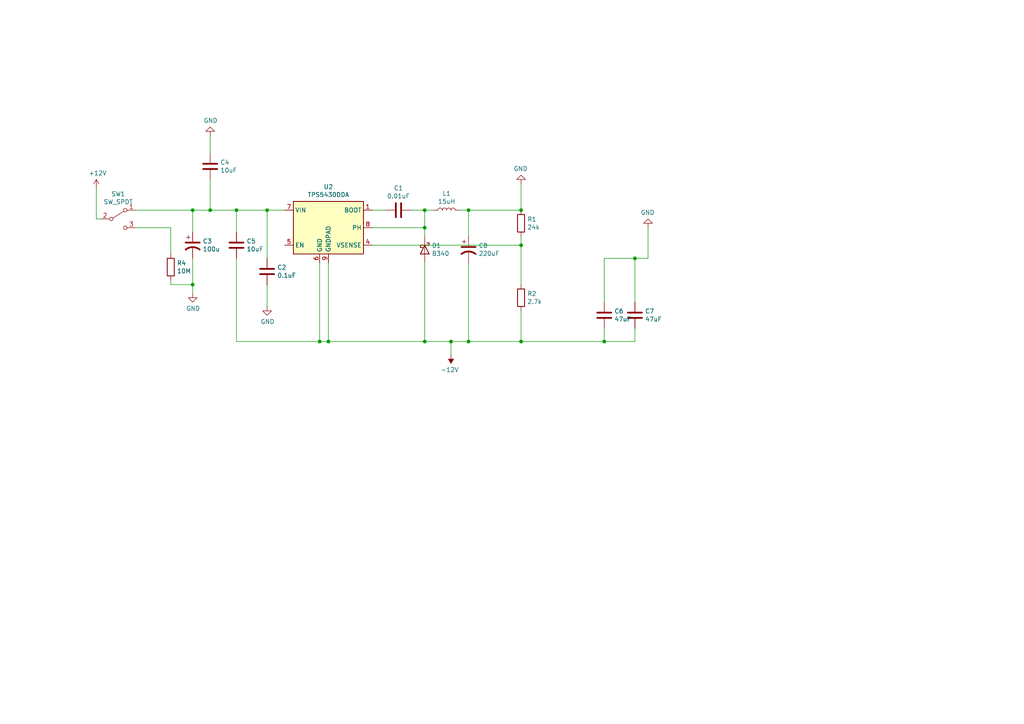
<source format=kicad_sch>
(kicad_sch (version 20230121) (generator eeschema)
  (paper "A4")
  (lib_symbols
    (symbol "Device:C" (pin_numbers hide) (pin_names (offset 0.254))
      (property "Reference" "C" (at 0.635 2.54 0))
      (property "Value" "C" (at 0.635 -2.54 0))
      (symbol "C_0_1"
        (polyline (pts (xy -2.032 -0.762) (xy 2.032 -0.762)) (stroke (width 0.508)))
        (polyline (pts (xy -2.032 0.762) (xy 2.032 0.762)) (stroke (width 0.508)))
      )
      (symbol "C_1_1"
        (pin passive line (at 0 3.81 270) (length 2.794) (name "~") (number "1"))
        (pin passive line (at 0 -3.81 90) (length 2.794) (name "~") (number "2"))
      )
    )
    (symbol "Device:L" (pin_numbers hide) (pin_names (offset 1.016) hide)
      (property "Reference" "L" (at -1.27 0 90))
      (property "Value" "L" (at 1.905 0 90))
      (symbol "L_0_1"
        (arc (start 0 -2.54) (mid 0.6323 -1.905) (end 0 -1.27))
        (arc (start 0 -1.27) (mid 0.6323 -0.635) (end 0 0))
        (arc (start 0 0) (mid 0.6323 0.635) (end 0 1.27))
        (arc (start 0 1.27) (mid 0.6323 1.905) (end 0 2.54))
      )
      (symbol "L_1_1"
        (pin passive line (at 0 3.81 270) (length 1.27) (name "1") (number "1"))
        (pin passive line (at 0 -3.81 90) (length 1.27) (name "2") (number "2"))
      )
    )
    (symbol "Device:R" (pin_numbers hide) (pin_names (offset 0))
      (property "Reference" "R" (at 2.032 0 90))
      (property "Value" "R" (at 0 0 90))
      (symbol "R_0_1"
        (rectangle (start -1.016 -2.54) (end 1.016 2.54) (stroke (width 0.254)))
      )
      (symbol "R_1_1"
        (pin passive line (at 0 3.81 270) (length 1.27) (name "~") (number "1"))
        (pin passive line (at 0 -3.81 90) (length 1.27) (name "~") (number "2"))
      )
    )
    (symbol "Diode:B340" (pin_numbers hide) (pin_names (offset 1.016) hide)
      (property "Reference" "D" (at 0 2.54 0))
      (property "Value" "B340" (at 0 -2.54 0))
      (symbol "B340_0_1"
        (polyline (pts (xy 1.27 0) (xy -1.27 0)))
        (polyline (pts (xy 1.27 1.27) (xy 1.27 -1.27) (xy -1.27 0) (xy 1.27 1.27)) (stroke (width 0.254)))
        (polyline (pts (xy -1.905 0.635) (xy -1.905 1.27) (xy -1.27 1.27) (xy -1.27 -1.27) (xy -0.635 -1.27) (xy -0.635 -0.635)) (stroke (width 0.254)))
      )
      (symbol "B340_1_1"
        (pin passive line (at -3.81 0 0) (length 2.54) (name "K") (number "1"))
        (pin passive line (at 3.81 0 180) (length 2.54) (name "A") (number "2"))
      )
    )
    (symbol "Regulator_Switching:TPS5430DDA"
      (property "Reference" "U" (at -10.16 8.89 0))
      (property "Value" "TPS5430DDA" (at -1.27 8.89 0))
      (symbol "TPS5430DDA_0_1"
        (rectangle (start -10.16 7.62) (end 10.16 -7.62) (stroke (width 0.254)) (fill (type background)))
      )
      (symbol "TPS5430DDA_1_1"
        (pin input line (at 12.7 5.08 180) (length 2.54) (name "BOOT") (number "1"))
        (pin no_connect line (at -10.16 2.54 0) (length 2.54) hide (name "NC") (number "2"))
        (pin no_connect line (at -10.16 -2.54 0) (length 2.54) hide (name "NC") (number "3"))
        (pin input line (at 12.7 -5.08 180) (length 2.54) (name "VSENSE") (number "4"))
        (pin input line (at -12.7 -5.08 0) (length 2.54) (name "EN") (number "5"))
        (pin power_in line (at -2.54 -10.16 90) (length 2.54) (name "GND") (number "6"))
        (pin power_in line (at -12.7 5.08 0) (length 2.54) (name "VIN") (number "7"))
        (pin output line (at 12.7 0 180) (length 2.54) (name "PH") (number "8"))
        (pin power_in line (at 0 -10.16 90) (length 2.54) (name "GNDPAD") (number "9"))
      )
    )
    (symbol "Switch:SW_SPDT" (pin_names (offset 0) hide)
      (property "Reference" "SW" (at 0 4.318 0))
      (property "Value" "SW_SPDT" (at 0 -5.08 0))
      (symbol "SW_SPDT_0_0"
        (circle (center -2.032 0) (radius 0.508))
        (circle (center 2.032 -2.54) (radius 0.508))
      )
      (symbol "SW_SPDT_0_1"
        (polyline (pts (xy -1.524 0.254) (xy 1.651 2.286)))
        (circle (center 2.032 2.54) (radius 0.508))
      )
      (symbol "SW_SPDT_1_1"
        (pin passive line (at 5.08 2.54 180) (length 2.54) (name "A") (number "1"))
        (pin passive line (at -5.08 0 0) (length 2.54) (name "B") (number "2"))
        (pin passive line (at 5.08 -2.54 180) (length 2.54) (name "C") (number "3"))
      )
    )
    (symbol "power:+12V" (power) (pin_names (offset 0))
      (property "Value" "+12V" (at 0 3.556 0))
      (symbol "+12V_0_1"
        (polyline (pts (xy -0.762 1.27) (xy 0 2.54)))
        (polyline (pts (xy 0 0) (xy 0 2.54)))
        (polyline (pts (xy 0 2.54) (xy 0.762 1.27)))
      )
      (symbol "+12V_1_1"
        (pin power_in line (at 0 0 90) (length 0) hide (name "+12V") (number "1"))
      )
    )
    (symbol "power:-12V" (power) (pin_names (offset 0))
      (property "Value" "-12V" (at 0 3.81 0))
      (symbol "-12V_0_0"
        (pin power_in line (at 0 0 90) (length 0) hide (name "-12V") (number "1"))
      )
      (symbol "-12V_0_1"
        (polyline (pts (xy 0 0) (xy 0 1.27) (xy 0.762 1.27) (xy 0 2.54) (xy -0.762 1.27) (xy 0 1.27)) (fill (type outline)))
      )
    )
    (symbol "power:GND" (power) (pin_names (offset 0))
      (property "Value" "GND" (at 0 -3.81 0))
      (symbol "GND_0_1"
        (polyline (pts (xy 0 0) (xy 0 -1.27) (xy 1.27 -1.27) (xy 0 -2.54) (xy -1.27 -1.27) (xy 0 -1.27)))
      )
      (symbol "GND_1_1"
        (pin power_in line (at 0 0 270) (length 0) hide (name "GND") (number "1"))
      )
    )
    (symbol "tps61088-rescue:CP1-Device" (pin_numbers hide) (pin_names (offset 0.254) hide)
      (property "Reference" "C" (at 0.635 2.54 0))
      (property "Value" "CP1-Device" (at 0.635 -2.54 0))
      (symbol "CP1-Device_0_1"
        (polyline (pts (xy -2.032 0.762) (xy 2.032 0.762)) (stroke (width 0.508)))
        (polyline (pts (xy -1.778 2.286) (xy -0.762 2.286)))
        (polyline (pts (xy -1.27 1.778) (xy -1.27 2.794)))
        (arc (start 2.032 -1.27) (mid 0 -0.5572) (end -2.032 -1.27) (stroke (width 0.508)))
      )
      (symbol "CP1-Device_1_1"
        (pin passive line (at 0 3.81 270) (length 2.794) (name "~") (number "1"))
        (pin passive line (at 0 -3.81 90) (length 3.302) (name "~") (number "2"))
      )
    )
  )
  (junction (at 123.19 60.96))
  (junction (at 123.19 66.04))
  (junction (at 60.96 60.96))
  (junction (at 151.13 99.06))
  (junction (at 184.15 74.93))
  (junction (at 135.89 60.96))
  (junction (at 55.88 82.55))
  (junction (at 92.71 99.06))
  (junction (at 130.81 99.06))
  (junction (at 175.26 99.06))
  (junction (at 151.13 60.96))
  (junction (at 95.25 99.06))
  (junction (at 77.47 60.96))
  (junction (at 55.88 60.96))
  (junction (at 68.58 60.96))
  (junction (at 123.19 99.06))
  (junction (at 135.89 99.06))
  (junction (at 151.13 71.12))
  (wire (pts (xy 151.13 53.34) (xy 151.13 60.96)))
  (wire (pts (xy 111.76 60.96) (xy 107.95 60.96)))
  (wire (pts (xy 27.94 63.5) (xy 29.21 63.5)))
  (wire (pts (xy 107.95 71.12) (xy 151.13 71.12)))
  (wire (pts (xy 151.13 99.06) (xy 175.26 99.06)))
  (wire (pts (xy 175.26 87.63) (xy 175.26 74.93)))
  (wire (pts (xy 151.13 99.06) (xy 135.89 99.06)))
  (wire (pts (xy 49.53 81.28) (xy 49.53 82.55)))
  (wire (pts (xy 135.89 68.58) (xy 135.89 60.96)))
  (wire (pts (xy 60.96 60.96) (xy 68.58 60.96)))
  (wire (pts (xy 55.88 60.96) (xy 55.88 67.31)))
  (wire (pts (xy 151.13 71.12) (xy 151.13 82.55)))
  (wire (pts (xy 68.58 60.96) (xy 68.58 67.31)))
  (wire (pts (xy 175.26 99.06) (xy 184.15 99.06)))
  (wire (pts (xy 60.96 39.37) (xy 60.96 44.45)))
  (wire (pts (xy 119.38 60.96) (xy 123.19 60.96)))
  (wire (pts (xy 151.13 60.96) (xy 135.89 60.96)))
  (wire (pts (xy 184.15 74.93) (xy 187.96 74.93)))
  (wire (pts (xy 95.25 99.06) (xy 123.19 99.06)))
  (wire (pts (xy 68.58 60.96) (xy 77.47 60.96)))
  (wire (pts (xy 49.53 66.04) (xy 39.37 66.04)))
  (wire (pts (xy 151.13 90.17) (xy 151.13 99.06)))
  (wire (pts (xy 49.53 66.04) (xy 49.53 73.66)))
  (wire (pts (xy 123.19 99.06) (xy 130.81 99.06)))
  (wire (pts (xy 130.81 102.87) (xy 130.81 99.06)))
  (wire (pts (xy 151.13 68.58) (xy 151.13 71.12)))
  (wire (pts (xy 92.71 99.06) (xy 95.25 99.06)))
  (wire (pts (xy 135.89 76.2) (xy 135.89 99.06)))
  (wire (pts (xy 135.89 60.96) (xy 133.35 60.96)))
  (wire (pts (xy 184.15 87.63) (xy 184.15 74.93)))
  (wire (pts (xy 55.88 82.55) (xy 55.88 85.09)))
  (wire (pts (xy 49.53 82.55) (xy 55.88 82.55)))
  (wire (pts (xy 27.94 54.61) (xy 27.94 63.5)))
  (wire (pts (xy 123.19 68.58) (xy 123.19 66.04)))
  (wire (pts (xy 77.47 88.9) (xy 77.47 82.55)))
  (wire (pts (xy 60.96 52.07) (xy 60.96 60.96)))
  (wire (pts (xy 77.47 60.96) (xy 77.47 74.93)))
  (wire (pts (xy 107.95 66.04) (xy 123.19 66.04)))
  (wire (pts (xy 95.25 76.2) (xy 95.25 99.06)))
  (wire (pts (xy 39.37 60.96) (xy 55.88 60.96)))
  (wire (pts (xy 123.19 66.04) (xy 123.19 60.96)))
  (wire (pts (xy 68.58 74.93) (xy 68.58 99.06)))
  (wire (pts (xy 187.96 74.93) (xy 187.96 66.04)))
  (wire (pts (xy 123.19 60.96) (xy 125.73 60.96)))
  (wire (pts (xy 123.19 76.2) (xy 123.19 99.06)))
  (wire (pts (xy 92.71 76.2) (xy 92.71 99.06)))
  (wire (pts (xy 175.26 95.25) (xy 175.26 99.06)))
  (wire (pts (xy 77.47 60.96) (xy 82.55 60.96)))
  (wire (pts (xy 55.88 74.93) (xy 55.88 82.55)))
  (wire (pts (xy 68.58 99.06) (xy 92.71 99.06)))
  (wire (pts (xy 175.26 74.93) (xy 184.15 74.93)))
  (wire (pts (xy 184.15 95.25) (xy 184.15 99.06)))
  (wire (pts (xy 135.89 99.06) (xy 130.81 99.06)))
  (wire (pts (xy 55.88 60.96) (xy 60.96 60.96)))
  (symbol (lib_id "Device:C") (at 77.47 78.74 0) (unit 1)
    (property "Reference" "C2" (at 80.391 77.5716 0) (effects (justify left)))
    (property "Value" "0.1uF" (at 80.391 79.883 0) (effects (justify left)))
    (property "Footprint" "Capacitor_SMD:C_0402_1005Metric" (effects hide))
  )
  (symbol (lib_id "Device:C") (at 60.96 48.26 0) (unit 1)
    (property "Reference" "C4" (at 63.881 47.0916 0) (effects (justify left)))
    (property "Value" "10uF" (at 63.881 49.403 0) (effects (justify left)))
    (property "Footprint" "Capacitor_SMD:C_0603_1608Metric" (effects hide))
  )
  (symbol (lib_id "Device:L") (at 129.54 60.96 90) (unit 1)
    (property "Reference" "L1" (at 129.54 56.134 90))
    (property "Value" "15uH" (at 129.54 58.4454 90))
    (property "Footprint" "Inductor_SMD:L_7.3x7.3_H3.5" (effects hide))
  )
  (symbol (lib_id "power:+12V") (at 27.94 54.61 0) (unit 1)
    (property "Reference" "#PWR01" (effects hide))
    (property "Value" "+12V" (at 28.321 50.2158 0))
  )
  (symbol (lib_id "power:GND") (at 55.88 85.09 0) (unit 1)
    (property "Reference" "#PWR02" (effects hide))
    (property "Value" "GND" (at 56.007 89.4842 0))
  )
  (symbol (lib_id "power:GND") (at 60.96 39.37 0) (mirror x) (unit 1)
    (property "Reference" "#PWR03" (effects hide))
    (property "Value" "GND" (at 61.087 34.9758 0))
  )
  (symbol (lib_id "power:GND") (at 77.47 88.9 0) (unit 1)
    (property "Reference" "#PWR04" (effects hide))
    (property "Value" "GND" (at 77.597 93.2942 0))
  )
  (symbol (lib_id "power:GND") (at 151.13 53.34 180) (unit 1)
    (property "Reference" "#PWR06" (effects hide))
    (property "Value" "GND" (at 151.003 48.9458 0))
  )
  (symbol (lib_id "power:-12V") (at 130.81 102.87 180) (unit 1)
    (property "Reference" "#PWR05" (effects hide))
    (property "Value" "-12V" (at 130.429 107.2642 0))
  )
  (symbol (lib_id "Regulator_Switching:TPS5430DDA") (at 95.25 66.04 0) (unit 1)
    (property "Reference" "U2" (at 95.25 54.1782 0))
    (property "Value" "TPS5430DDA" (at 95.25 56.4896 0))
    (property "Footprint" "Package_SO:TI_SO-PowerPAD-8_ThermalVias" (effects hide))
    (property "Datasheet" "http://www.ti.com/lit/ds/symlink/tps5430.pdf" (effects hide))
  )
  (symbol (lib_id "tps61088-rescue:CP1-Device") (at 55.88 71.12 0) (unit 1)
    (property "Reference" "C3" (at 58.801 69.9516 0) (effects (justify left)))
    (property "Value" "100u" (at 58.801 72.263 0) (effects (justify left)))
    (property "Footprint" "Capacitor_THT:CP_Radial_D5.0mm_P2.00mm" (effects hide))
  )
  (symbol (lib_id "tps61088-rescue:CP1-Device") (at 135.89 72.39 0) (unit 1)
    (property "Reference" "C8" (at 138.811 71.2216 0) (effects (justify left)))
    (property "Value" "220uF" (at 138.811 73.533 0) (effects (justify left)))
    (property "Footprint" "Capacitor_THT:CP_Radial_D6.3mm_P2.50mm" (effects hide))
  )
  (symbol (lib_id "Device:C") (at 68.58 71.12 0) (unit 1)
    (property "Reference" "C5" (at 71.501 69.9516 0) (effects (justify left)))
    (property "Value" "10uF" (at 71.501 72.263 0) (effects (justify left)))
    (property "Footprint" "Capacitor_SMD:C_0603_1608Metric" (effects hide))
  )
  (symbol (lib_id "Device:C") (at 175.26 91.44 0) (unit 1)
    (property "Reference" "C6" (at 178.181 90.2716 0) (effects (justify left)))
    (property "Value" "47uF" (at 178.181 92.583 0) (effects (justify left)))
    (property "Footprint" "Capacitor_SMD:C_1206_3216Metric" (effects hide))
  )
  (symbol (lib_id "Device:C") (at 184.15 91.44 0) (unit 1)
    (property "Reference" "C7" (at 187.071 90.2716 0) (effects (justify left)))
    (property "Value" "47uF" (at 187.071 92.583 0) (effects (justify left)))
    (property "Footprint" "Capacitor_SMD:C_1206_3216Metric" (effects hide))
  )
  (symbol (lib_id "Device:C") (at 115.57 60.96 90) (unit 1)
    (property "Reference" "C1" (at 115.57 54.5592 90))
    (property "Value" "0.01uF" (at 115.57 56.8706 90))
    (property "Footprint" "Capacitor_SMD:C_0402_1005Metric" (effects hide))
  )
  (symbol (lib_id "Diode:B340") (at 123.19 72.39 270) (unit 1)
    (property "Reference" "D1" (at 125.222 71.2216 90) (effects (justify left)))
    (property "Value" "B340" (at 125.222 73.533 90) (effects (justify left)))
    (property "Footprint" "Diode_SMD:D_SMA" (effects hide))
    (property "Datasheet" "http://www.jameco.com/Jameco/Products/ProdDS/1538777.pdf" (effects hide))
  )
  (symbol (lib_id "Device:R") (at 151.13 64.77 0) (unit 1)
    (property "Reference" "R1" (at 152.908 63.6016 0) (effects (justify left)))
    (property "Value" "24k" (at 152.908 65.913 0) (effects (justify left)))
    (property "Footprint" "Resistor_SMD:R_0402_1005Metric" (effects hide))
  )
  (symbol (lib_id "Device:R") (at 151.13 86.36 0) (unit 1)
    (property "Reference" "R2" (at 152.908 85.1916 0) (effects (justify left)))
    (property "Value" "2.7k" (at 152.908 87.503 0) (effects (justify left)))
    (property "Footprint" "Resistor_SMD:R_0603_1608Metric" (effects hide))
  )
  (symbol (lib_id "power:GND") (at 187.96 66.04 180) (unit 1)
    (property "Reference" "#PWR07" (effects hide))
    (property "Value" "GND" (at 187.833 61.6458 0))
  )
  (symbol (lib_id "Device:R") (at 49.53 77.47 0) (unit 1)
    (property "Reference" "R4" (at 51.308 76.3016 0) (effects (justify left)))
    (property "Value" "10M" (at 51.308 78.613 0) (effects (justify left)))
    (property "Footprint" "Resistor_SMD:R_0402_1005Metric" (effects hide))
  )
  (symbol (lib_id "Switch:SW_SPDT") (at 34.29 63.5 0) (unit 1)
    (property "Reference" "SW1" (at 34.29 56.261 0))
    (property "Value" "SW_SPDT" (at 34.29 58.5724 0))
    (property "Footprint" "Button_Switch_THT:SW_CuK_OS102011MA1QN1_SPDT_Angled" (effects hide))
  )
)
</source>
